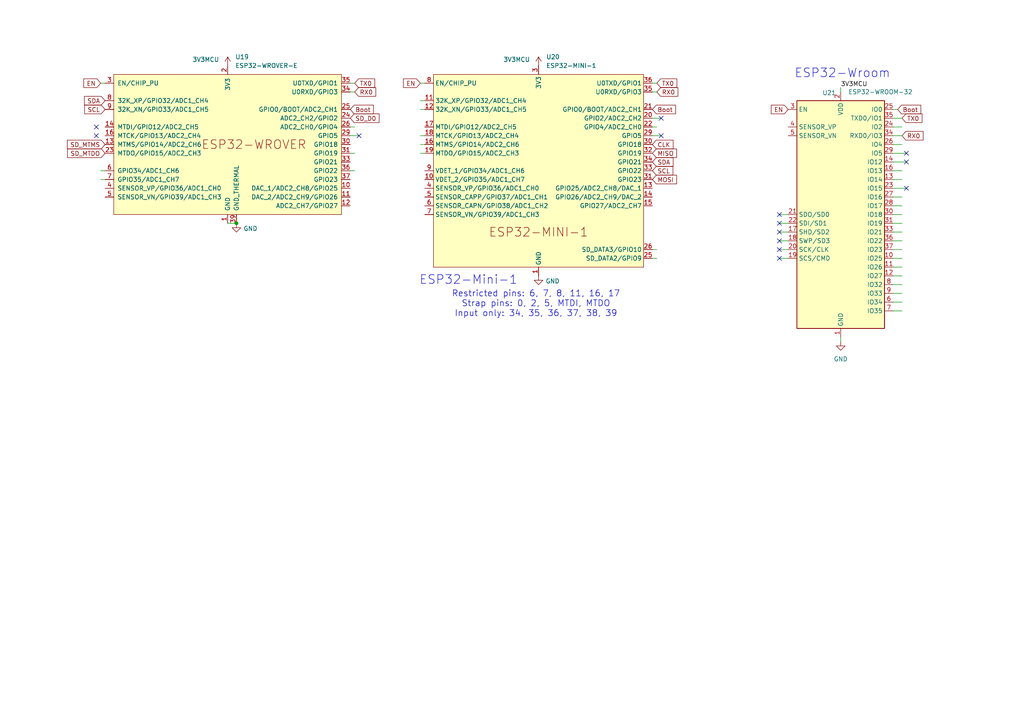
<source format=kicad_sch>
(kicad_sch (version 20231120) (generator "eeschema") (generator_version "8.0")
  (paper "A4")
  (lib_symbols
    (symbol "PCM_Espressif:ESP32-MINI-1"
      (property "Reference" "U" (at -30.48 33.02 0))
      (property "Value" "ESP32-MINI-1" (at -30.48 30.48 0))
      (symbol "ESP32-MINI-1_0_0"
        (text "ESP32-MINI-1" (at 0 -17.78 0) (effects (font (size 2.54 2.54))))
        (pin power_in line (at 0 -30.48 90) (length 2.54) (name "GND") (number "1"))
        (pin bidirectional line (at 33.02 7.62 180) (length 2.54) (name "GPIO18") (number "30"))
        (pin bidirectional line (at 33.02 -2.54 180) (length 2.54) (name "GPIO23") (number "31"))
        (pin passive line (at 0 -30.48 90) (length 2.54) hide (name "GND") (number "42"))
        (pin passive line (at 0 -30.48 90) (length 2.54) hide (name "GND") (number "47"))
      )
      (symbol "ESP32-MINI-1_0_1"
        (rectangle (start -30.48 27.94) (end 30.48 -27.94) (fill (type background)))
        (pin passive line (at 0 -30.48 90) (length 2.54) hide (name "GND") (number "38"))
        (pin passive line (at 0 -30.48 90) (length 2.54) hide (name "GND") (number "39"))
        (pin passive line (at 0 -30.48 90) (length 2.54) hide (name "GND") (number "40"))
        (pin passive line (at 0 -30.48 90) (length 2.54) hide (name "GND") (number "41"))
        (pin passive line (at 0 -30.48 90) (length 2.54) hide (name "GND") (number "43"))
        (pin passive line (at 0 -30.48 90) (length 2.54) hide (name "GND") (number "44"))
        (pin passive line (at 0 -30.48 90) (length 2.54) hide (name "GND") (number "45"))
        (pin passive line (at 0 -30.48 90) (length 2.54) hide (name "GND") (number "46"))
        (pin passive line (at 0 -30.48 90) (length 2.54) hide (name "GND") (number "48"))
        (pin passive line (at 0 -30.48 90) (length 2.54) hide (name "GND") (number "49"))
        (pin passive line (at 0 -30.48 90) (length 2.54) hide (name "GND") (number "50"))
        (pin passive line (at 0 -30.48 90) (length 2.54) hide (name "GND") (number "51"))
        (pin passive line (at 0 -30.48 90) (length 2.54) hide (name "GND") (number "52"))
        (pin passive line (at 0 -30.48 90) (length 2.54) hide (name "GND") (number "53"))
        (pin passive line (at 0 -30.48 90) (length 2.54) hide (name "GND") (number "54"))
        (pin passive line (at 0 -30.48 90) (length 2.54) hide (name "GND") (number "55"))
      )
      (symbol "ESP32-MINI-1_1_1"
        (pin input line (at -33.02 -2.54 0) (length 2.54) (name "VDET_2/GPIO35/ADC1_CH7") (number "10"))
        (pin bidirectional line (at -33.02 20.32 0) (length 2.54) (name "32K_XP/GPIO32/ADC1_CH4") (number "11"))
        (pin bidirectional line (at -33.02 17.78 0) (length 2.54) (name "32K_XN/GPIO33/ADC1_CH5") (number "12"))
        (pin bidirectional line (at 33.02 -5.08 180) (length 2.54) (name "GPIO25/ADC2_CH8/DAC_1") (number "13"))
        (pin bidirectional line (at 33.02 -7.62 180) (length 2.54) (name "GPIO26/ADC2_CH9/DAC_2") (number "14"))
        (pin bidirectional line (at 33.02 -10.16 180) (length 2.54) (name "GPIO27/ADC2_CH7") (number "15"))
        (pin bidirectional line (at -33.02 7.62 0) (length 2.54) (name "MTMS/GPIO14/ADC2_CH6") (number "16"))
        (pin bidirectional line (at -33.02 12.7 0) (length 2.54) (name "MTDI/GPIO12/ADC2_CH5") (number "17"))
        (pin bidirectional line (at -33.02 10.16 0) (length 2.54) (name "MTCK/GPIO13/ADC2_CH4") (number "18"))
        (pin bidirectional line (at -33.02 5.08 0) (length 2.54) (name "MTDO/GPIO15/ADC2_CH3") (number "19"))
        (pin passive line (at 0 -30.48 90) (length 2.54) hide (name "GND") (number "2"))
        (pin bidirectional line (at 33.02 15.24 180) (length 2.54) (name "GPIO2/ADC2_CH2") (number "20"))
        (pin bidirectional line (at 33.02 17.78 180) (length 2.54) (name "GPIO0/BOOT/ADC2_CH1") (number "21"))
        (pin bidirectional line (at 33.02 12.7 180) (length 2.54) (name "GPIO4/ADC2_CH0") (number "22"))
        (pin no_connect line (at -30.48 -17.78 0) (length 2.54) hide (name "NC") (number "23"))
        (pin no_connect line (at -30.48 -20.32 0) (length 2.54) hide (name "NC") (number "24"))
        (pin bidirectional line (at 33.02 -25.4 180) (length 2.54) (name "SD_DATA2/GPIO9") (number "25"))
        (pin bidirectional line (at 33.02 -22.86 180) (length 2.54) (name "SD_DATA3/GPIO10") (number "26"))
        (pin passive line (at 0 -30.48 90) (length 2.54) hide (name "GND") (number "27"))
        (pin no_connect line (at -30.48 -22.86 0) (length 2.54) hide (name "NC") (number "28"))
        (pin bidirectional line (at 33.02 10.16 180) (length 2.54) (name "GPIO5") (number "29"))
        (pin power_in line (at 0 30.48 270) (length 2.54) (name "3V3") (number "3"))
        (pin bidirectional line (at 33.02 5.08 180) (length 2.54) (name "GPIO19") (number "32"))
        (pin bidirectional line (at 33.02 0 180) (length 2.54) (name "GPIO22") (number "33"))
        (pin bidirectional line (at 33.02 2.54 180) (length 2.54) (name "GPIO21") (number "34"))
        (pin bidirectional line (at 33.02 22.86 180) (length 2.54) (name "U0RXD/GPIO3") (number "35"))
        (pin bidirectional line (at 33.02 25.4 180) (length 2.54) (name "U0TXD/GPIO1") (number "36"))
        (pin no_connect line (at -30.48 -25.4 0) (length 2.54) hide (name "NC") (number "37"))
        (pin input line (at -33.02 -5.08 0) (length 2.54) (name "SENSOR_VP/GPIO36/ADC1_CH0") (number "4"))
        (pin input line (at -33.02 -7.62 0) (length 2.54) (name "SENSOR_CAPP/GPIO37/ADC1_CH1") (number "5"))
        (pin input line (at -33.02 -10.16 0) (length 2.54) (name "SENSOR_CAPN/GPIO38/ADC1_CH2") (number "6"))
        (pin input line (at -33.02 -12.7 0) (length 2.54) (name "SENSOR_VN/GPIO39/ADC1_CH3") (number "7"))
        (pin input line (at -33.02 25.4 0) (length 2.54) (name "EN/CHIP_PU") (number "8"))
        (pin input line (at -33.02 0 0) (length 2.54) (name "VDET_1/GPIO34/ADC1_CH6") (number "9"))
      )
    )
    (symbol "PCM_Espressif:ESP32-WROVER-E" (pin_names (offset 1.016))
      (property "Reference" "U" (at -30.48 25.4 0))
      (property "Value" "ESP32-WROVER-E" (at -30.48 22.86 0))
      (symbol "ESP32-WROVER-E_0_1"
        (rectangle (start -33.02 20.32) (end 33.02 -20.32) (fill (type background)))
      )
      (symbol "ESP32-WROVER-E_1_1"
        (text "ESP32-­WROVER" (at 7.62 0 0) (effects (font (size 2.54 2.54))))
        (pin power_in line (at 0 -22.86 90) (length 2.54) (name "GND") (number "1"))
        (pin bidirectional line (at 35.56 -12.7 180) (length 2.54) (name "DAC_1/ADC2_CH8/GPIO25") (number "10"))
        (pin bidirectional line (at 35.56 -15.24 180) (length 2.54) (name "DAC_2/ADC2_CH9/GPIO26") (number "11"))
        (pin bidirectional line (at 35.56 -17.78 180) (length 2.54) (name "ADC2_CH7/GPIO27") (number "12"))
        (pin bidirectional line (at -35.56 0 0) (length 2.54) (name "MTMS/GPIO14/ADC2_CH6") (number "13"))
        (pin bidirectional line (at -35.56 5.08 0) (length 2.54) (name "MTDI/GPIO12/ADC2_CH5") (number "14"))
        (pin passive line (at 0 -22.86 90) (length 2.54) hide (name "GND") (number "15"))
        (pin bidirectional line (at -35.56 2.54 0) (length 2.54) (name "MTCK/GPIO13/ADC2_CH4") (number "16"))
        (pin power_in line (at 0 22.86 270) (length 2.54) (name "3V3") (number "2"))
        (pin bidirectional line (at -35.56 -2.54 0) (length 2.54) (name "MTDO/GPIO15/ADC2_CH3") (number "23"))
        (pin bidirectional line (at 35.56 7.62 180) (length 2.54) (name "ADC2_CH2/GPIO2") (number "24"))
        (pin bidirectional line (at 35.56 10.16 180) (length 2.54) (name "GPIO0/BOOT/ADC2_CH1") (number "25"))
        (pin bidirectional line (at 35.56 5.08 180) (length 2.54) (name "ADC2_CH0/GPIO4") (number "26"))
        (pin bidirectional line (at 35.56 2.54 180) (length 2.54) (name "GPIO5") (number "29"))
        (pin input line (at -35.56 17.78 0) (length 2.54) (name "EN/CHIP_PU") (number "3"))
        (pin bidirectional line (at 35.56 0 180) (length 2.54) (name "GPIO18") (number "30"))
        (pin bidirectional line (at 35.56 -2.54 180) (length 2.54) (name "GPIO19") (number "31"))
        (pin bidirectional line (at 35.56 -5.08 180) (length 2.54) (name "GPIO21") (number "33"))
        (pin bidirectional line (at 35.56 15.24 180) (length 2.54) (name "U0RXD/GPIO3") (number "34"))
        (pin bidirectional line (at 35.56 17.78 180) (length 2.54) (name "U0TXD/GPIO1") (number "35"))
        (pin bidirectional line (at 35.56 -7.62 180) (length 2.54) (name "GPIO22") (number "36"))
        (pin bidirectional line (at 35.56 -10.16 180) (length 2.54) (name "GPIO23") (number "37"))
        (pin passive line (at 0 -22.86 90) (length 2.54) hide (name "GND") (number "38"))
        (pin power_in line (at 2.54 -22.86 90) (length 2.54) (name "GND_THERMAL") (number "39"))
        (pin input line (at -35.56 -12.7 0) (length 2.54) (name "SENSOR_VP/GPIO36/ADC1_CH0") (number "4"))
        (pin input line (at -35.56 -15.24 0) (length 2.54) (name "SENSOR_VN/GPIO39/ADC1_CH3") (number "5"))
        (pin input line (at -35.56 -7.62 0) (length 2.54) (name "GPIO34/ADC1_CH6") (number "6"))
        (pin input line (at -35.56 -10.16 0) (length 2.54) (name "GPIO35/ADC1_CH7") (number "7"))
        (pin bidirectional line (at -35.56 12.7 0) (length 2.54) (name "32K_XP/GPIO32/ADC1_CH4") (number "8"))
        (pin bidirectional line (at -35.56 10.16 0) (length 2.54) (name "32K_XN/GPIO33/ADC1_CH5") (number "9"))
      )
    )
    (symbol "RF_Module:ESP32-WROOM-32U"
      (property "Reference" "U" (at -12.7 34.29 0))
      (property "Value" "ESP32-WROOM-32U" (at 1.27 34.29 0))
      (symbol "ESP32-WROOM-32U_0_1"
        (rectangle (start -12.7 33.02) (end 12.7 -33.02) (stroke (width 0.254)) (fill (type background)))
      )
      (symbol "ESP32-WROOM-32U_1_1"
        (pin power_in line (at 0 -35.56 90) (length 2.54) (name "GND") (number "1"))
        (pin bidirectional line (at 15.24 -12.7 180) (length 2.54) (name "IO25") (number "10"))
        (pin bidirectional line (at 15.24 -15.24 180) (length 2.54) (name "IO26") (number "11"))
        (pin bidirectional line (at 15.24 -17.78 180) (length 2.54) (name "IO27") (number "12"))
        (pin bidirectional line (at 15.24 10.16 180) (length 2.54) (name "IO14") (number "13"))
        (pin bidirectional line (at 15.24 15.24 180) (length 2.54) (name "IO12") (number "14"))
        (pin passive line (at 0 -35.56 90) (length 2.54) hide (name "GND") (number "15"))
        (pin bidirectional line (at 15.24 12.7 180) (length 2.54) (name "IO13") (number "16"))
        (pin bidirectional line (at -15.24 -5.08 0) (length 2.54) (name "SHD/SD2") (number "17"))
        (pin bidirectional line (at -15.24 -7.62 0) (length 2.54) (name "SWP/SD3") (number "18"))
        (pin bidirectional line (at -15.24 -12.7 0) (length 2.54) (name "SCS/CMD") (number "19"))
        (pin power_in line (at 0 35.56 270) (length 2.54) (name "VDD") (number "2"))
        (pin bidirectional line (at -15.24 -10.16 0) (length 2.54) (name "SCK/CLK") (number "20"))
        (pin bidirectional line (at -15.24 0 0) (length 2.54) (name "SDO/SD0") (number "21"))
        (pin bidirectional line (at -15.24 -2.54 0) (length 2.54) (name "SDI/SD1") (number "22"))
        (pin bidirectional line (at 15.24 7.62 180) (length 2.54) (name "IO15") (number "23"))
        (pin bidirectional line (at 15.24 25.4 180) (length 2.54) (name "IO2") (number "24"))
        (pin bidirectional line (at 15.24 30.48 180) (length 2.54) (name "IO0") (number "25"))
        (pin bidirectional line (at 15.24 20.32 180) (length 2.54) (name "IO4") (number "26"))
        (pin bidirectional line (at 15.24 5.08 180) (length 2.54) (name "IO16") (number "27"))
        (pin bidirectional line (at 15.24 2.54 180) (length 2.54) (name "IO17") (number "28"))
        (pin bidirectional line (at 15.24 17.78 180) (length 2.54) (name "IO5") (number "29"))
        (pin input line (at -15.24 30.48 0) (length 2.54) (name "EN") (number "3"))
        (pin bidirectional line (at 15.24 0 180) (length 2.54) (name "IO18") (number "30"))
        (pin bidirectional line (at 15.24 -2.54 180) (length 2.54) (name "IO19") (number "31"))
        (pin no_connect line (at -12.7 -27.94 0) (length 2.54) hide (name "NC") (number "32"))
        (pin bidirectional line (at 15.24 -5.08 180) (length 2.54) (name "IO21") (number "33"))
        (pin bidirectional line (at 15.24 22.86 180) (length 2.54) (name "RXD0/IO3") (number "34"))
        (pin bidirectional line (at 15.24 27.94 180) (length 2.54) (name "TXD0/IO1") (number "35"))
        (pin bidirectional line (at 15.24 -7.62 180) (length 2.54) (name "IO22") (number "36"))
        (pin bidirectional line (at 15.24 -10.16 180) (length 2.54) (name "IO23") (number "37"))
        (pin passive line (at 0 -35.56 90) (length 2.54) hide (name "GND") (number "38"))
        (pin passive line (at 0 -35.56 90) (length 2.54) hide (name "GND") (number "39"))
        (pin input line (at -15.24 25.4 0) (length 2.54) (name "SENSOR_VP") (number "4"))
        (pin input line (at -15.24 22.86 0) (length 2.54) (name "SENSOR_VN") (number "5"))
        (pin input line (at 15.24 -25.4 180) (length 2.54) (name "IO34") (number "6"))
        (pin input line (at 15.24 -27.94 180) (length 2.54) (name "IO35") (number "7"))
        (pin bidirectional line (at 15.24 -20.32 180) (length 2.54) (name "IO32") (number "8"))
        (pin bidirectional line (at 15.24 -22.86 180) (length 2.54) (name "IO33") (number "9"))
      )
    )
    (symbol "power:+BATT" (power) (pin_numbers hide) (pin_names (offset 0) hide)
      (property "Value" "+BATT" (at 0 3.556 0))
      (symbol "+BATT_0_1"
        (polyline (pts (xy -0.762 1.27) (xy 0 2.54)))
        (polyline (pts (xy 0 0) (xy 0 2.54)))
        (polyline (pts (xy 0 2.54) (xy 0.762 1.27)))
      )
      (symbol "+BATT_1_1"
        (pin power_in line (at 0 0 90) (length 0) (name "~") (number "1"))
      )
    )
    (symbol "power:GND" (power) (pin_numbers hide) (pin_names (offset 0) hide)
      (property "Value" "GND" (at 0 -3.81 0))
      (symbol "GND_0_1"
        (polyline (pts (xy 0 0) (xy 0 -1.27) (xy 1.27 -1.27) (xy 0 -2.54) (xy -1.27 -1.27) (xy 0 -1.27)))
      )
      (symbol "GND_1_1"
        (pin power_in line (at 0 0 270) (length 0) (name "~") (number "1"))
      )
    )
  )
  (junction (at 68.58 64.77))
  (no_connect (at 226.06 69.85))
  (no_connect (at 191.77 39.37))
  (no_connect (at 27.94 36.83))
  (no_connect (at 226.06 67.31))
  (no_connect (at 262.89 46.99))
  (no_connect (at 262.89 54.61))
  (no_connect (at 262.89 44.45))
  (no_connect (at 27.94 39.37))
  (no_connect (at 191.77 34.29))
  (no_connect (at 226.06 62.23))
  (no_connect (at 226.06 72.39))
  (no_connect (at 226.06 64.77))
  (no_connect (at 226.06 74.93))
  (no_connect (at 104.14 39.37))
  (wire (pts (xy 259.08 67.31) (xy 261.62 67.31)))
  (wire (pts (xy 259.08 54.61) (xy 262.89 54.61)))
  (wire (pts (xy 190.5 74.93) (xy 189.23 74.93)))
  (wire (pts (xy 29.21 24.13) (xy 30.48 24.13)))
  (wire (pts (xy 259.08 36.83) (xy 261.62 36.83)))
  (wire (pts (xy 190.5 72.39) (xy 189.23 72.39)))
  (wire (pts (xy 243.84 25.4) (xy 243.84 26.67)))
  (wire (pts (xy 259.08 87.63) (xy 261.62 87.63)))
  (wire (pts (xy 259.08 72.39) (xy 261.62 72.39)))
  (wire (pts (xy 259.08 46.99) (xy 262.89 46.99)))
  (wire (pts (xy 259.08 34.29) (xy 261.62 34.29)))
  (wire (pts (xy 261.62 64.77) (xy 259.08 64.77)))
  (wire (pts (xy 226.06 64.77) (xy 228.6 64.77)))
  (wire (pts (xy 259.08 69.85) (xy 261.62 69.85)))
  (wire (pts (xy 259.08 74.93) (xy 261.62 74.93)))
  (wire (pts (xy 260.35 31.75) (xy 259.08 31.75)))
  (wire (pts (xy 102.87 36.83) (xy 101.6 36.83)))
  (wire (pts (xy 226.06 62.23) (xy 228.6 62.23)))
  (wire (pts (xy 259.08 77.47) (xy 261.62 77.47)))
  (wire (pts (xy 259.08 62.23) (xy 261.62 62.23)))
  (wire (pts (xy 66.04 64.77) (xy 68.58 64.77)))
  (wire (pts (xy 102.87 24.13) (xy 101.6 24.13)))
  (wire (pts (xy 259.08 90.17) (xy 261.62 90.17)))
  (wire (pts (xy 259.08 39.37) (xy 261.62 39.37)))
  (wire (pts (xy 259.08 41.91) (xy 261.62 41.91)))
  (wire (pts (xy 190.5 26.67) (xy 189.23 26.67)))
  (wire (pts (xy 259.08 80.01) (xy 261.62 80.01)))
  (wire (pts (xy 102.87 26.67) (xy 101.6 26.67)))
  (wire (pts (xy 261.62 85.09) (xy 259.08 85.09)))
  (wire (pts (xy 226.06 72.39) (xy 228.6 72.39)))
  (wire (pts (xy 121.92 41.91) (xy 123.19 41.91)))
  (wire (pts (xy 121.92 31.75) (xy 123.19 31.75)))
  (wire (pts (xy 190.5 36.83) (xy 189.23 36.83)))
  (wire (pts (xy 259.08 52.07) (xy 261.62 52.07)))
  (wire (pts (xy 261.62 57.15) (xy 259.08 57.15)))
  (wire (pts (xy 102.87 49.53) (xy 101.6 49.53)))
  (wire (pts (xy 121.92 39.37) (xy 123.19 39.37)))
  (wire (pts (xy 262.89 44.45) (xy 259.08 44.45)))
  (wire (pts (xy 190.5 24.13) (xy 189.23 24.13)))
  (wire (pts (xy 104.14 39.37) (xy 101.6 39.37)))
  (wire (pts (xy 121.92 24.13) (xy 123.19 24.13)))
  (wire (pts (xy 226.06 74.93) (xy 228.6 74.93)))
  (wire (pts (xy 226.06 67.31) (xy 228.6 67.31)))
  (wire (pts (xy 191.77 34.29) (xy 189.23 34.29)))
  (wire (pts (xy 121.92 29.21) (xy 123.19 29.21)))
  (wire (pts (xy 259.08 82.55) (xy 261.62 82.55)))
  (wire (pts (xy 121.92 44.45) (xy 123.19 44.45)))
  (wire (pts (xy 259.08 49.53) (xy 261.62 49.53)))
  (wire (pts (xy 29.21 52.07) (xy 30.48 52.07)))
  (wire (pts (xy 243.84 97.79) (xy 243.84 99.06)))
  (wire (pts (xy 259.08 59.69) (xy 261.62 59.69)))
  (wire (pts (xy 29.21 49.53) (xy 30.48 49.53)))
  (wire (pts (xy 102.87 44.45) (xy 101.6 44.45)))
  (wire (pts (xy 226.06 69.85) (xy 228.6 69.85)))
  (wire (pts (xy 191.77 39.37) (xy 189.23 39.37)))
  (text "ESP32-Mini-1" (at 135.89 81.28 0) (effects (font (size 2.54 2.54))))
  (text "Restricted pins: 6, 7, 8, 11, 16, 17\nStrap pins: 0, 2, 5, MTDI, MTDO\nInput only: 34, 35, 36, 37, 38, 39" (at 155.448 88.138 0) (effects (font (size 1.778 1.778))))
  (text "ESP32-Wroom" (at 244.348 21.336 0) (effects (font (size 2.54 2.54))))
  (label "3V3MCU" (at 243.84 25.4 0))
  (global_label "SD_MTDO" (shape input) (at 30.48 44.45 180) (property "Intersheetrefs" "${INTERSHEET_REFS}" (effects (hide yes))))
  (global_label "TX0" (shape input) (at 261.62 34.29 0) (property "Intersheetrefs" "${INTERSHEET_REFS}" (effects (hide yes))))
  (global_label "SD_MTMS" (shape input) (at 30.48 41.91 180) (property "Intersheetrefs" "${INTERSHEET_REFS}" (effects (hide yes))))
  (global_label "RX0" (shape input) (at 190.5 26.67 0) (property "Intersheetrefs" "${INTERSHEET_REFS}" (effects (hide yes))))
  (global_label "TX0" (shape input) (at 102.87 24.13 0) (property "Intersheetrefs" "${INTERSHEET_REFS}" (effects (hide yes))))
  (global_label "EN" (shape input) (at 228.6 31.75 180) (property "Intersheetrefs" "${INTERSHEET_REFS}" (effects (hide yes))))
  (global_label "SD_D0" (shape input) (at 101.6 34.29 0) (property "Intersheetrefs" "${INTERSHEET_REFS}" (effects (hide yes))))
  (global_label "MOSI" (shape input) (at 189.23 52.07 0) (property "Intersheetrefs" "${INTERSHEET_REFS}" (effects (hide yes))))
  (global_label "SDA" (shape input) (at 30.48 29.21 180) (property "Intersheetrefs" "${INTERSHEET_REFS}" (effects (hide yes))))
  (global_label "Boot" (shape input) (at 189.23 31.75 0) (property "Intersheetrefs" "${INTERSHEET_REFS}" (effects (hide yes))))
  (global_label "RX0" (shape input) (at 261.62 39.37 0) (property "Intersheetrefs" "${INTERSHEET_REFS}" (effects (hide yes))))
  (global_label "SDA" (shape input) (at 189.23 46.99 0) (property "Intersheetrefs" "${INTERSHEET_REFS}" (effects (hide yes))))
  (global_label "EN" (shape input) (at 29.21 24.13 180) (property "Intersheetrefs" "${INTERSHEET_REFS}" (effects (hide yes))))
  (global_label "MISO" (shape input) (at 189.23 44.45 0) (property "Intersheetrefs" "${INTERSHEET_REFS}" (effects (hide yes))))
  (global_label "Boot" (shape input) (at 101.6 31.75 0) (property "Intersheetrefs" "${INTERSHEET_REFS}" (effects (hide yes))))
  (global_label "SCL" (shape input) (at 30.48 31.75 180) (property "Intersheetrefs" "${INTERSHEET_REFS}" (effects (hide yes))))
  (global_label "Boot" (shape input) (at 260.35 31.75 0) (property "Intersheetrefs" "${INTERSHEET_REFS}" (effects (hide yes))))
  (global_label "CLK" (shape input) (at 189.23 41.91 0) (property "Intersheetrefs" "${INTERSHEET_REFS}" (effects (hide yes))))
  (global_label "TX0" (shape input) (at 190.5 24.13 0) (property "Intersheetrefs" "${INTERSHEET_REFS}" (effects (hide yes))))
  (global_label "RX0" (shape input) (at 102.87 26.67 0) (property "Intersheetrefs" "${INTERSHEET_REFS}" (effects (hide yes))))
  (global_label "EN" (shape input) (at 121.92 24.13 180) (property "Intersheetrefs" "${INTERSHEET_REFS}" (effects (hide yes))))
  (global_label "SCL" (shape input) (at 189.23 49.53 0) (property "Intersheetrefs" "${INTERSHEET_REFS}" (effects (hide yes))))
  (symbol (lib_id "PCM_Espressif:ESP32-WROVER-E") (at 66.04 41.91 0) (unit 1)
    (property "Reference" "U19" (at 68.2341 16.51 0) (effects (justify left)))
    (property "Value" "ESP32-WROVER-E" (at 68.2341 19.05 0) (effects (justify left)))
    (property "Footprint" "PCM_Espressif:ESP32-WROVER-E" (effects (hide yes)))
    (property "Datasheet" "https://www.espressif.com/sites/default/files/documentation/esp32-wrover-e_esp32-wrover-ie_datasheet_en.pdf" (effects (hide yes)))
    (property "Description" "ESP32-WROVER-E and ESP32-WROVER-IE are two powerful, generic WiFi-BT-BLE MCU modules that target a wide variety of applications, ranging from low-power sensor networks to the most demanding tasks, such as voice encoding, music streaming and MP3 decoding. ESP32-WROVER-E comes with a PCB antenna, and ESP32-WROVER-IE with an IPEX antenna. They both featurea 4 MB external SPI flash and an additional 8 MB SPI Pseudo static RAM (PSRAM)." (effects (hide yes)))
  )
  (symbol (lib_id "RF_Module:ESP32-WROOM-32U") (at 243.84 62.23 0) (unit 1)
    (property "Reference" "U21" (at 238.506 26.924 0) (effects (justify left)))
    (property "Value" "ESP32-WROOM-32" (at 246.0341 26.67 0) (effects (justify left)))
    (property "Footprint" "RF_Module:ESP32-WROOM-32U" (effects (hide yes)))
    (property "Datasheet" "https://www.espressif.com/sites/default/files/documentation/esp32-wroom-32d_esp32-wroom-32u_datasheet_en.pdf" (effects (hide yes)))
    (property "Description" "RF Module, ESP32-D0WD SoC, Wi-Fi 802.11b/g/n, Bluetooth, BLE, 32-bit, 2.7-3.6V, external antenna, SMD" (effects (hide yes)))
    (property "LCSC" "C2980301" (effects (hide yes)))
  )
  (symbol (lib_id "power:GND") (at 243.84 99.06 0) (unit 1)
    (property "Reference" "#PWR94" (effects (hide yes)))
    (property "Value" "GND" (at 243.84 104.14 0))
    (property "Description" "Power symbol creates a global label with name \"GND\" , ground" (effects (hide yes)))
  )
  (symbol (lib_id "power:GND") (at 156.21 80.01 0) (unit 1)
    (property "Reference" "#PWR93" (effects (hide yes)))
    (property "Value" "GND" (at 160.274 81.534 0))
    (property "Description" "Power symbol creates a global label with name \"GND\" , ground" (effects (hide yes)))
  )
  (symbol (lib_id "power:+BATT") (at 156.21 19.05 0) (unit 1)
    (property "Reference" "#PWR91" (effects (hide yes)))
    (property "Value" "3V3MCU" (at 149.86 17.272 0))
    (property "Description" "Power symbol creates a global label with name \"+BATT\"" (effects (hide yes)))
  )
  (symbol (lib_id "PCM_Espressif:ESP32-MINI-1") (at 156.21 49.53 0) (unit 1)
    (property "Reference" "U20" (at 158.4041 16.51 0) (effects (justify left)))
    (property "Value" "ESP32-MINI-1" (at 158.4041 19.05 0) (effects (justify left)))
    (property "Footprint" "PCM_Espressif:ESP32-MINI-1" (effects (hide yes)))
    (property "Datasheet" "https://www.espressif.com/sites/default/files/documentation/esp32-mini-1_datasheet_en.pdf" (effects (hide yes)))
    (property "Description" "ESP32-MINI-1/U MCU, SiP, 4MB Flash in ESP32-MINI-format" (effects (hide yes)))
    (property "LCSC" "C2980305" (effects (hide yes)))
  )
  (symbol (lib_id "power:+BATT") (at 66.04 19.05 0) (unit 1)
    (property "Reference" "#PWR90" (effects (hide yes)))
    (property "Value" "3V3MCU" (at 59.69 17.272 0))
    (property "Description" "Power symbol creates a global label with name \"+BATT\"" (effects (hide yes)))
  )
  (symbol (lib_id "power:GND") (at 68.58 64.77 0) (unit 1)
    (property "Reference" "#PWR92" (effects (hide yes)))
    (property "Value" "GND" (at 72.644 66.294 0))
    (property "Description" "Power symbol creates a global label with name \"GND\" , ground" (effects (hide yes)))
  )
)
</source>
